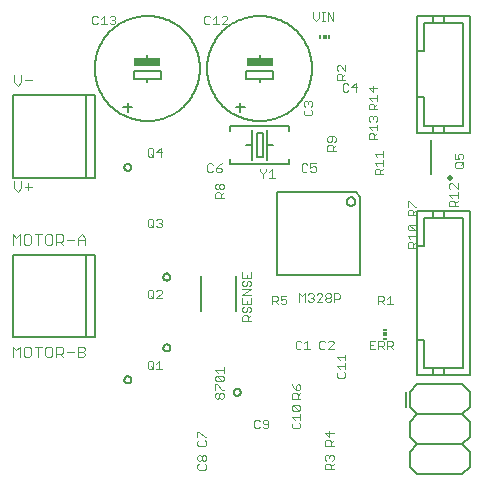
<source format=gto>
G75*
%MOIN*%
%OFA0B0*%
%FSLAX25Y25*%
%IPPOS*%
%LPD*%
%AMOC8*
5,1,8,0,0,1.08239X$1,22.5*
%
%ADD10C,0.00400*%
%ADD11C,0.00300*%
%ADD12C,0.00600*%
%ADD13R,0.09000X0.02500*%
%ADD14C,0.00500*%
%ADD15C,0.00800*%
%ADD16R,0.00591X0.01181*%
%ADD17R,0.01181X0.01181*%
%ADD18R,0.01181X0.00591*%
%ADD19C,0.01969*%
D10*
X0057885Y0060620D02*
X0057885Y0064160D01*
X0059065Y0062980D01*
X0060245Y0064160D01*
X0060245Y0060620D01*
X0061510Y0061210D02*
X0061510Y0063570D01*
X0062100Y0064160D01*
X0063280Y0064160D01*
X0063870Y0063570D01*
X0063870Y0061210D01*
X0063280Y0060620D01*
X0062100Y0060620D01*
X0061510Y0061210D01*
X0065135Y0064160D02*
X0067495Y0064160D01*
X0066315Y0064160D02*
X0066315Y0060620D01*
X0068760Y0061210D02*
X0068760Y0063570D01*
X0069350Y0064160D01*
X0070530Y0064160D01*
X0071120Y0063570D01*
X0071120Y0061210D01*
X0070530Y0060620D01*
X0069350Y0060620D01*
X0068760Y0061210D01*
X0072386Y0061800D02*
X0074156Y0061800D01*
X0074746Y0062390D01*
X0074746Y0063570D01*
X0074156Y0064160D01*
X0072386Y0064160D01*
X0072386Y0060620D01*
X0073566Y0061800D02*
X0074746Y0060620D01*
X0076011Y0062390D02*
X0078371Y0062390D01*
X0079636Y0062390D02*
X0081406Y0062390D01*
X0081996Y0061800D01*
X0081996Y0061210D01*
X0081406Y0060620D01*
X0079636Y0060620D01*
X0079636Y0064160D01*
X0081406Y0064160D01*
X0081996Y0063570D01*
X0081996Y0062980D01*
X0081406Y0062390D01*
X0081996Y0098022D02*
X0081996Y0100382D01*
X0080816Y0101562D01*
X0079636Y0100382D01*
X0079636Y0098022D01*
X0079636Y0099792D02*
X0081996Y0099792D01*
X0078371Y0099792D02*
X0076011Y0099792D01*
X0074746Y0099792D02*
X0074156Y0099202D01*
X0072386Y0099202D01*
X0073566Y0099202D02*
X0074746Y0098022D01*
X0074746Y0099792D02*
X0074746Y0100972D01*
X0074156Y0101562D01*
X0072386Y0101562D01*
X0072386Y0098022D01*
X0071120Y0098612D02*
X0071120Y0100972D01*
X0070530Y0101562D01*
X0069350Y0101562D01*
X0068760Y0100972D01*
X0068760Y0098612D01*
X0069350Y0098022D01*
X0070530Y0098022D01*
X0071120Y0098612D01*
X0067495Y0101562D02*
X0065135Y0101562D01*
X0066315Y0101562D02*
X0066315Y0098022D01*
X0063870Y0098612D02*
X0063870Y0100972D01*
X0063280Y0101562D01*
X0062100Y0101562D01*
X0061510Y0100972D01*
X0061510Y0098612D01*
X0062100Y0098022D01*
X0063280Y0098022D01*
X0063870Y0098612D01*
X0060245Y0098022D02*
X0060245Y0101562D01*
X0059065Y0100382D01*
X0057885Y0101562D01*
X0057885Y0098022D01*
X0059474Y0115738D02*
X0060654Y0116918D01*
X0060654Y0119278D01*
X0061919Y0117508D02*
X0064279Y0117508D01*
X0063099Y0118688D02*
X0063099Y0116328D01*
X0059474Y0115738D02*
X0058294Y0116918D01*
X0058294Y0119278D01*
X0059474Y0151171D02*
X0060654Y0152351D01*
X0060654Y0154711D01*
X0061919Y0152941D02*
X0064279Y0152941D01*
X0059474Y0151171D02*
X0058294Y0152351D01*
X0058294Y0154711D01*
D11*
X0084353Y0172069D02*
X0084353Y0173970D01*
X0084829Y0174446D01*
X0085779Y0174446D01*
X0086255Y0173970D01*
X0087253Y0173495D02*
X0088204Y0174446D01*
X0088204Y0171594D01*
X0087253Y0171594D02*
X0089155Y0171594D01*
X0090153Y0172069D02*
X0090629Y0171594D01*
X0091580Y0171594D01*
X0092055Y0172069D01*
X0092055Y0172544D01*
X0091580Y0173020D01*
X0091104Y0173020D01*
X0091580Y0173020D02*
X0092055Y0173495D01*
X0092055Y0173970D01*
X0091580Y0174446D01*
X0090629Y0174446D01*
X0090153Y0173970D01*
X0086255Y0172069D02*
X0085779Y0171594D01*
X0084829Y0171594D01*
X0084353Y0172069D01*
X0121755Y0172069D02*
X0122230Y0171594D01*
X0123181Y0171594D01*
X0123656Y0172069D01*
X0124655Y0171594D02*
X0126556Y0171594D01*
X0125606Y0171594D02*
X0125606Y0174446D01*
X0124655Y0173495D01*
X0123656Y0173970D02*
X0123181Y0174446D01*
X0122230Y0174446D01*
X0121755Y0173970D01*
X0121755Y0172069D01*
X0127555Y0171594D02*
X0129456Y0173495D01*
X0129456Y0173970D01*
X0128981Y0174446D01*
X0128030Y0174446D01*
X0127555Y0173970D01*
X0127555Y0171594D02*
X0129456Y0171594D01*
X0158014Y0173725D02*
X0158965Y0172775D01*
X0159916Y0173725D01*
X0159916Y0175627D01*
X0160914Y0175627D02*
X0161865Y0175627D01*
X0161390Y0175627D02*
X0161390Y0172775D01*
X0161865Y0172775D02*
X0160914Y0172775D01*
X0162848Y0172775D02*
X0162848Y0175627D01*
X0164749Y0172775D01*
X0164749Y0175627D01*
X0158014Y0175627D02*
X0158014Y0173725D01*
X0166361Y0157996D02*
X0165886Y0157521D01*
X0165886Y0156570D01*
X0166361Y0156095D01*
X0166361Y0155096D02*
X0167312Y0155096D01*
X0167787Y0154621D01*
X0167787Y0153195D01*
X0167787Y0154146D02*
X0168738Y0155096D01*
X0168738Y0156095D02*
X0166837Y0157996D01*
X0166361Y0157996D01*
X0168738Y0157996D02*
X0168738Y0156095D01*
X0166361Y0155096D02*
X0165886Y0154621D01*
X0165886Y0153195D01*
X0168738Y0153195D01*
X0168332Y0152005D02*
X0167857Y0151529D01*
X0167857Y0149628D01*
X0168332Y0149153D01*
X0169283Y0149153D01*
X0169758Y0149628D01*
X0170757Y0150579D02*
X0172658Y0150579D01*
X0172183Y0149153D02*
X0172183Y0152005D01*
X0170757Y0150579D01*
X0169758Y0151529D02*
X0169283Y0152005D01*
X0168332Y0152005D01*
X0176516Y0150473D02*
X0177942Y0149047D01*
X0177942Y0150949D01*
X0179368Y0150473D02*
X0176516Y0150473D01*
X0179368Y0148049D02*
X0179368Y0146147D01*
X0179368Y0147098D02*
X0176516Y0147098D01*
X0177466Y0146147D01*
X0176991Y0145148D02*
X0177942Y0145148D01*
X0178417Y0144673D01*
X0178417Y0143247D01*
X0179368Y0143247D02*
X0176516Y0143247D01*
X0176516Y0144673D01*
X0176991Y0145148D01*
X0178417Y0144198D02*
X0179368Y0145148D01*
X0178892Y0141106D02*
X0178417Y0141106D01*
X0177942Y0140631D01*
X0177942Y0140155D01*
X0177942Y0140631D02*
X0177466Y0141106D01*
X0176991Y0141106D01*
X0176516Y0140631D01*
X0176516Y0139680D01*
X0176991Y0139205D01*
X0178892Y0139205D02*
X0179368Y0139680D01*
X0179368Y0140631D01*
X0178892Y0141106D01*
X0179368Y0138206D02*
X0179368Y0136305D01*
X0179368Y0137255D02*
X0176516Y0137255D01*
X0177466Y0136305D01*
X0176991Y0135306D02*
X0177942Y0135306D01*
X0178417Y0134831D01*
X0178417Y0133405D01*
X0178417Y0134355D02*
X0179368Y0135306D01*
X0179368Y0133405D02*
X0176516Y0133405D01*
X0176516Y0134831D01*
X0176991Y0135306D01*
X0178484Y0128344D02*
X0181336Y0128344D01*
X0181336Y0127394D02*
X0181336Y0129295D01*
X0179435Y0127394D02*
X0178484Y0128344D01*
X0178484Y0125444D02*
X0181336Y0125444D01*
X0181336Y0124494D02*
X0181336Y0126395D01*
X0179435Y0124494D02*
X0178484Y0125444D01*
X0178960Y0123495D02*
X0178484Y0123020D01*
X0178484Y0121594D01*
X0181336Y0121594D01*
X0180386Y0121594D02*
X0180386Y0123020D01*
X0179910Y0123495D01*
X0178960Y0123495D01*
X0180386Y0122544D02*
X0181336Y0123495D01*
X0189508Y0112721D02*
X0189983Y0112721D01*
X0191885Y0110819D01*
X0192360Y0110819D01*
X0192360Y0109821D02*
X0191409Y0108870D01*
X0191409Y0109345D02*
X0191409Y0107919D01*
X0192360Y0107919D02*
X0189508Y0107919D01*
X0189508Y0109345D01*
X0189983Y0109821D01*
X0190934Y0109821D01*
X0191409Y0109345D01*
X0189508Y0110819D02*
X0189508Y0112721D01*
X0189983Y0104847D02*
X0191885Y0102945D01*
X0192360Y0103421D01*
X0192360Y0104371D01*
X0191885Y0104847D01*
X0189983Y0104847D01*
X0189508Y0104371D01*
X0189508Y0103421D01*
X0189983Y0102945D01*
X0191885Y0102945D01*
X0192360Y0101947D02*
X0192360Y0100045D01*
X0192360Y0100996D02*
X0189508Y0100996D01*
X0190459Y0100045D01*
X0190934Y0099047D02*
X0191409Y0098571D01*
X0191409Y0097145D01*
X0191409Y0098096D02*
X0192360Y0099047D01*
X0190934Y0099047D02*
X0189983Y0099047D01*
X0189508Y0098571D01*
X0189508Y0097145D01*
X0192360Y0097145D01*
X0203287Y0110925D02*
X0203287Y0112351D01*
X0203763Y0112826D01*
X0204713Y0112826D01*
X0205189Y0112351D01*
X0205189Y0110925D01*
X0205189Y0111875D02*
X0206139Y0112826D01*
X0206139Y0113825D02*
X0206139Y0115726D01*
X0206139Y0114776D02*
X0203287Y0114776D01*
X0204238Y0113825D01*
X0203763Y0116725D02*
X0203287Y0117200D01*
X0203287Y0118151D01*
X0203763Y0118626D01*
X0204238Y0118626D01*
X0206139Y0116725D01*
X0206139Y0118626D01*
X0205731Y0123667D02*
X0205256Y0124143D01*
X0205256Y0125093D01*
X0205731Y0125569D01*
X0207633Y0125569D01*
X0208108Y0125093D01*
X0208108Y0124143D01*
X0207633Y0123667D01*
X0205731Y0123667D01*
X0207157Y0124618D02*
X0208108Y0125569D01*
X0207633Y0126567D02*
X0208108Y0127043D01*
X0208108Y0127993D01*
X0207633Y0128469D01*
X0206682Y0128469D01*
X0206207Y0127993D01*
X0206207Y0127518D01*
X0206682Y0126567D01*
X0205256Y0126567D01*
X0205256Y0128469D01*
X0206139Y0110925D02*
X0203287Y0110925D01*
X0183519Y0081139D02*
X0182568Y0080188D01*
X0181569Y0080663D02*
X0181569Y0079713D01*
X0181094Y0079237D01*
X0179668Y0079237D01*
X0180618Y0079237D02*
X0181569Y0078286D01*
X0182568Y0078286D02*
X0184469Y0078286D01*
X0183519Y0078286D02*
X0183519Y0081139D01*
X0181569Y0080663D02*
X0181094Y0081139D01*
X0179668Y0081139D01*
X0179668Y0078286D01*
X0179773Y0066178D02*
X0181199Y0066178D01*
X0181674Y0065703D01*
X0181674Y0064752D01*
X0181199Y0064277D01*
X0179773Y0064277D01*
X0180724Y0064277D02*
X0181674Y0063326D01*
X0182673Y0063326D02*
X0182673Y0066178D01*
X0184099Y0066178D01*
X0184575Y0065703D01*
X0184575Y0064752D01*
X0184099Y0064277D01*
X0182673Y0064277D01*
X0183624Y0064277D02*
X0184575Y0063326D01*
X0179773Y0063326D02*
X0179773Y0066178D01*
X0178774Y0066178D02*
X0176873Y0066178D01*
X0176873Y0063326D01*
X0178774Y0063326D01*
X0177824Y0064752D02*
X0176873Y0064752D01*
X0168738Y0061540D02*
X0168738Y0059638D01*
X0168738Y0060589D02*
X0165886Y0060589D01*
X0166837Y0059638D01*
X0168738Y0058640D02*
X0168738Y0056738D01*
X0168738Y0057689D02*
X0165886Y0057689D01*
X0166837Y0056738D01*
X0166361Y0055739D02*
X0165886Y0055264D01*
X0165886Y0054313D01*
X0166361Y0053838D01*
X0168263Y0053838D01*
X0168738Y0054313D01*
X0168738Y0055264D01*
X0168263Y0055739D01*
X0164889Y0063326D02*
X0162988Y0063326D01*
X0164889Y0065227D01*
X0164889Y0065703D01*
X0164414Y0066178D01*
X0163463Y0066178D01*
X0162988Y0065703D01*
X0161989Y0065703D02*
X0161514Y0066178D01*
X0160563Y0066178D01*
X0160088Y0065703D01*
X0160088Y0063801D01*
X0160563Y0063326D01*
X0161514Y0063326D01*
X0161989Y0063801D01*
X0157015Y0063326D02*
X0155114Y0063326D01*
X0156065Y0063326D02*
X0156065Y0066178D01*
X0155114Y0065227D01*
X0154115Y0065703D02*
X0153640Y0066178D01*
X0152689Y0066178D01*
X0152214Y0065703D01*
X0152214Y0063801D01*
X0152689Y0063326D01*
X0153640Y0063326D01*
X0154115Y0063801D01*
X0153302Y0051592D02*
X0152827Y0051592D01*
X0152351Y0051117D01*
X0152351Y0049691D01*
X0153302Y0049691D01*
X0153777Y0050166D01*
X0153777Y0051117D01*
X0153302Y0051592D01*
X0151401Y0050641D02*
X0152351Y0049691D01*
X0152351Y0048692D02*
X0152827Y0048216D01*
X0152827Y0046790D01*
X0153777Y0046790D02*
X0150925Y0046790D01*
X0150925Y0048216D01*
X0151401Y0048692D01*
X0152351Y0048692D01*
X0152827Y0047741D02*
X0153777Y0048692D01*
X0151401Y0050641D02*
X0150925Y0051592D01*
X0151401Y0044649D02*
X0153302Y0042748D01*
X0153777Y0043223D01*
X0153777Y0044174D01*
X0153302Y0044649D01*
X0151401Y0044649D01*
X0150925Y0044174D01*
X0150925Y0043223D01*
X0151401Y0042748D01*
X0153302Y0042748D01*
X0153777Y0041749D02*
X0153777Y0039848D01*
X0153777Y0040799D02*
X0150925Y0040799D01*
X0151876Y0039848D01*
X0151401Y0038849D02*
X0150925Y0038374D01*
X0150925Y0037423D01*
X0151401Y0036948D01*
X0153302Y0036948D01*
X0153777Y0037423D01*
X0153777Y0038374D01*
X0153302Y0038849D01*
X0161949Y0035474D02*
X0163375Y0034048D01*
X0163375Y0035949D01*
X0164801Y0035474D02*
X0161949Y0035474D01*
X0162424Y0033049D02*
X0163375Y0033049D01*
X0163850Y0032574D01*
X0163850Y0031148D01*
X0163850Y0032098D02*
X0164801Y0033049D01*
X0164801Y0031148D02*
X0161949Y0031148D01*
X0161949Y0032574D01*
X0162424Y0033049D01*
X0162424Y0028075D02*
X0162899Y0028075D01*
X0163375Y0027600D01*
X0163850Y0028075D01*
X0164326Y0028075D01*
X0164801Y0027600D01*
X0164801Y0026649D01*
X0164326Y0026174D01*
X0164801Y0025175D02*
X0163850Y0024224D01*
X0163850Y0024700D02*
X0163850Y0023274D01*
X0164801Y0023274D02*
X0161949Y0023274D01*
X0161949Y0024700D01*
X0162424Y0025175D01*
X0163375Y0025175D01*
X0163850Y0024700D01*
X0162424Y0026174D02*
X0161949Y0026649D01*
X0161949Y0027600D01*
X0162424Y0028075D01*
X0163375Y0027600D02*
X0163375Y0027124D01*
X0143131Y0037423D02*
X0143131Y0039325D01*
X0142655Y0039800D01*
X0141705Y0039800D01*
X0141229Y0039325D01*
X0141229Y0038849D01*
X0141705Y0038374D01*
X0143131Y0038374D01*
X0143131Y0037423D02*
X0142655Y0036948D01*
X0141705Y0036948D01*
X0141229Y0037423D01*
X0140231Y0037423D02*
X0139755Y0036948D01*
X0138805Y0036948D01*
X0138329Y0037423D01*
X0138329Y0039325D01*
X0138805Y0039800D01*
X0139755Y0039800D01*
X0140231Y0039325D01*
X0128187Y0047266D02*
X0128187Y0048216D01*
X0127711Y0048692D01*
X0127236Y0048692D01*
X0126761Y0048216D01*
X0126761Y0047266D01*
X0126285Y0046790D01*
X0125810Y0046790D01*
X0125335Y0047266D01*
X0125335Y0048216D01*
X0125810Y0048692D01*
X0126285Y0048692D01*
X0126761Y0048216D01*
X0126761Y0047266D02*
X0127236Y0046790D01*
X0127711Y0046790D01*
X0128187Y0047266D01*
X0128187Y0049691D02*
X0127711Y0049691D01*
X0125810Y0051592D01*
X0125335Y0051592D01*
X0125335Y0049691D01*
X0125810Y0052591D02*
X0125335Y0053066D01*
X0125335Y0054017D01*
X0125810Y0054492D01*
X0127711Y0052591D01*
X0128187Y0053066D01*
X0128187Y0054017D01*
X0127711Y0054492D01*
X0125810Y0054492D01*
X0126285Y0055491D02*
X0125335Y0056441D01*
X0128187Y0056441D01*
X0128187Y0055491D02*
X0128187Y0057392D01*
X0127711Y0052591D02*
X0125810Y0052591D01*
X0107698Y0056633D02*
X0105796Y0056633D01*
X0106747Y0056633D02*
X0106747Y0059485D01*
X0105796Y0058534D01*
X0104797Y0059010D02*
X0104797Y0057108D01*
X0104322Y0056633D01*
X0103371Y0056633D01*
X0102896Y0057108D01*
X0102896Y0059010D01*
X0103371Y0059485D01*
X0104322Y0059485D01*
X0104797Y0059010D01*
X0103847Y0057584D02*
X0104797Y0056633D01*
X0119429Y0035844D02*
X0119904Y0035844D01*
X0121806Y0033942D01*
X0122281Y0033942D01*
X0121806Y0032944D02*
X0122281Y0032468D01*
X0122281Y0031518D01*
X0121806Y0031042D01*
X0119904Y0031042D01*
X0119429Y0031518D01*
X0119429Y0032468D01*
X0119904Y0032944D01*
X0119429Y0033942D02*
X0119429Y0035844D01*
X0119904Y0027970D02*
X0120380Y0027970D01*
X0120855Y0027495D01*
X0120855Y0026544D01*
X0120380Y0026068D01*
X0119904Y0026068D01*
X0119429Y0026544D01*
X0119429Y0027495D01*
X0119904Y0027970D01*
X0120855Y0027495D02*
X0121330Y0027970D01*
X0121806Y0027970D01*
X0122281Y0027495D01*
X0122281Y0026544D01*
X0121806Y0026068D01*
X0121330Y0026068D01*
X0120855Y0026544D01*
X0119904Y0025070D02*
X0119429Y0024594D01*
X0119429Y0023644D01*
X0119904Y0023168D01*
X0121806Y0023168D01*
X0122281Y0023644D01*
X0122281Y0024594D01*
X0121806Y0025070D01*
X0134390Y0072697D02*
X0134390Y0074123D01*
X0134865Y0074598D01*
X0135816Y0074598D01*
X0136291Y0074123D01*
X0136291Y0072697D01*
X0136291Y0073647D02*
X0137242Y0074598D01*
X0136766Y0075597D02*
X0137242Y0076072D01*
X0137242Y0077023D01*
X0136766Y0077498D01*
X0136291Y0077498D01*
X0135816Y0077023D01*
X0135816Y0076072D01*
X0135340Y0075597D01*
X0134865Y0075597D01*
X0134390Y0076072D01*
X0134390Y0077023D01*
X0134865Y0077498D01*
X0134390Y0078497D02*
X0137242Y0078497D01*
X0137242Y0080398D01*
X0137242Y0081397D02*
X0134390Y0081397D01*
X0137242Y0083298D01*
X0134390Y0083298D01*
X0134865Y0084297D02*
X0134390Y0084773D01*
X0134390Y0085723D01*
X0134865Y0086199D01*
X0135816Y0085723D02*
X0136291Y0086199D01*
X0136766Y0086199D01*
X0137242Y0085723D01*
X0137242Y0084773D01*
X0136766Y0084297D01*
X0135816Y0084773D02*
X0135816Y0085723D01*
X0135816Y0084773D02*
X0135340Y0084297D01*
X0134865Y0084297D01*
X0134390Y0087197D02*
X0137242Y0087197D01*
X0137242Y0089099D01*
X0135816Y0088148D02*
X0135816Y0087197D01*
X0134390Y0087197D02*
X0134390Y0089099D01*
X0134390Y0080398D02*
X0134390Y0078497D01*
X0135816Y0078497D02*
X0135816Y0079448D01*
X0137242Y0072697D02*
X0134390Y0072697D01*
X0144235Y0078286D02*
X0144235Y0081139D01*
X0145661Y0081139D01*
X0146136Y0080663D01*
X0146136Y0079713D01*
X0145661Y0079237D01*
X0144235Y0079237D01*
X0145185Y0079237D02*
X0146136Y0078286D01*
X0147135Y0078762D02*
X0147610Y0078286D01*
X0148561Y0078286D01*
X0149036Y0078762D01*
X0149036Y0079713D01*
X0148561Y0080188D01*
X0148085Y0080188D01*
X0147135Y0079713D01*
X0147135Y0081139D01*
X0149036Y0081139D01*
X0153356Y0081926D02*
X0153356Y0079074D01*
X0155258Y0079074D02*
X0155258Y0081926D01*
X0154307Y0080975D01*
X0153356Y0081926D01*
X0156256Y0081451D02*
X0156732Y0081926D01*
X0157682Y0081926D01*
X0158158Y0081451D01*
X0158158Y0080975D01*
X0157682Y0080500D01*
X0158158Y0080025D01*
X0158158Y0079549D01*
X0157682Y0079074D01*
X0156732Y0079074D01*
X0156256Y0079549D01*
X0157207Y0080500D02*
X0157682Y0080500D01*
X0159156Y0081451D02*
X0159632Y0081926D01*
X0160582Y0081926D01*
X0161058Y0081451D01*
X0161058Y0080975D01*
X0159156Y0079074D01*
X0161058Y0079074D01*
X0162057Y0079549D02*
X0162057Y0080025D01*
X0162532Y0080500D01*
X0163483Y0080500D01*
X0163958Y0080025D01*
X0163958Y0079549D01*
X0163483Y0079074D01*
X0162532Y0079074D01*
X0162057Y0079549D01*
X0162532Y0080500D02*
X0162057Y0080975D01*
X0162057Y0081451D01*
X0162532Y0081926D01*
X0163483Y0081926D01*
X0163958Y0081451D01*
X0163958Y0080975D01*
X0163483Y0080500D01*
X0164957Y0080025D02*
X0166383Y0080025D01*
X0166858Y0080500D01*
X0166858Y0081451D01*
X0166383Y0081926D01*
X0164957Y0081926D01*
X0164957Y0079074D01*
X0128187Y0113720D02*
X0125335Y0113720D01*
X0125335Y0115146D01*
X0125810Y0115621D01*
X0126761Y0115621D01*
X0127236Y0115146D01*
X0127236Y0113720D01*
X0127236Y0114670D02*
X0128187Y0115621D01*
X0127711Y0116620D02*
X0127236Y0116620D01*
X0126761Y0117095D01*
X0126761Y0118046D01*
X0127236Y0118521D01*
X0127711Y0118521D01*
X0128187Y0118046D01*
X0128187Y0117095D01*
X0127711Y0116620D01*
X0126761Y0117095D02*
X0126285Y0116620D01*
X0125810Y0116620D01*
X0125335Y0117095D01*
X0125335Y0118046D01*
X0125810Y0118521D01*
X0126285Y0118521D01*
X0126761Y0118046D01*
X0127013Y0122381D02*
X0127488Y0122856D01*
X0127488Y0123332D01*
X0127013Y0123807D01*
X0125587Y0123807D01*
X0125587Y0122856D01*
X0126062Y0122381D01*
X0127013Y0122381D01*
X0125587Y0123807D02*
X0126537Y0124758D01*
X0127488Y0125233D01*
X0124588Y0124758D02*
X0124112Y0125233D01*
X0123162Y0125233D01*
X0122686Y0124758D01*
X0122686Y0122856D01*
X0123162Y0122381D01*
X0124112Y0122381D01*
X0124588Y0122856D01*
X0140403Y0122789D02*
X0141354Y0121838D01*
X0141354Y0120412D01*
X0141354Y0121838D02*
X0142304Y0122789D01*
X0142304Y0123265D01*
X0143303Y0122314D02*
X0144254Y0123265D01*
X0144254Y0120412D01*
X0145204Y0120412D02*
X0143303Y0120412D01*
X0140403Y0122789D02*
X0140403Y0123265D01*
X0154183Y0122856D02*
X0154658Y0122381D01*
X0155609Y0122381D01*
X0156084Y0122856D01*
X0157083Y0122856D02*
X0157558Y0122381D01*
X0158509Y0122381D01*
X0158984Y0122856D01*
X0158984Y0123807D01*
X0158509Y0124282D01*
X0158033Y0124282D01*
X0157083Y0123807D01*
X0157083Y0125233D01*
X0158984Y0125233D01*
X0156084Y0124758D02*
X0155609Y0125233D01*
X0154658Y0125233D01*
X0154183Y0124758D01*
X0154183Y0122856D01*
X0162736Y0129468D02*
X0162736Y0130894D01*
X0163212Y0131369D01*
X0164162Y0131369D01*
X0164638Y0130894D01*
X0164638Y0129468D01*
X0165588Y0129468D02*
X0162736Y0129468D01*
X0164638Y0130418D02*
X0165588Y0131369D01*
X0165113Y0132368D02*
X0165588Y0132843D01*
X0165588Y0133794D01*
X0165113Y0134269D01*
X0163212Y0134269D01*
X0162736Y0133794D01*
X0162736Y0132843D01*
X0163212Y0132368D01*
X0163687Y0132368D01*
X0164162Y0132843D01*
X0164162Y0134269D01*
X0157239Y0141279D02*
X0155338Y0141279D01*
X0154862Y0141754D01*
X0154862Y0142705D01*
X0155338Y0143180D01*
X0155338Y0144179D02*
X0154862Y0144654D01*
X0154862Y0145605D01*
X0155338Y0146080D01*
X0155813Y0146080D01*
X0156288Y0145605D01*
X0156764Y0146080D01*
X0157239Y0146080D01*
X0157714Y0145605D01*
X0157714Y0144654D01*
X0157239Y0144179D01*
X0157239Y0143180D02*
X0157714Y0142705D01*
X0157714Y0141754D01*
X0157239Y0141279D01*
X0156288Y0145129D02*
X0156288Y0145605D01*
X0107698Y0128925D02*
X0105796Y0128925D01*
X0107222Y0130351D01*
X0107222Y0127499D01*
X0104797Y0127499D02*
X0103847Y0128450D01*
X0104797Y0127974D02*
X0104322Y0127499D01*
X0103371Y0127499D01*
X0102896Y0127974D01*
X0102896Y0129876D01*
X0103371Y0130351D01*
X0104322Y0130351D01*
X0104797Y0129876D01*
X0104797Y0127974D01*
X0104322Y0106729D02*
X0104797Y0106254D01*
X0104797Y0104352D01*
X0104322Y0103877D01*
X0103371Y0103877D01*
X0102896Y0104352D01*
X0102896Y0106254D01*
X0103371Y0106729D01*
X0104322Y0106729D01*
X0105796Y0106254D02*
X0106272Y0106729D01*
X0107222Y0106729D01*
X0107698Y0106254D01*
X0107698Y0105778D01*
X0107222Y0105303D01*
X0107698Y0104828D01*
X0107698Y0104352D01*
X0107222Y0103877D01*
X0106272Y0103877D01*
X0105796Y0104352D01*
X0104797Y0103877D02*
X0103847Y0104828D01*
X0106747Y0105303D02*
X0107222Y0105303D01*
X0107222Y0083107D02*
X0106272Y0083107D01*
X0105796Y0082632D01*
X0104797Y0082632D02*
X0104797Y0080730D01*
X0104322Y0080255D01*
X0103371Y0080255D01*
X0102896Y0080730D01*
X0102896Y0082632D01*
X0103371Y0083107D01*
X0104322Y0083107D01*
X0104797Y0082632D01*
X0103847Y0081206D02*
X0104797Y0080255D01*
X0105796Y0080255D02*
X0107698Y0082156D01*
X0107698Y0082632D01*
X0107222Y0083107D01*
X0107698Y0080255D02*
X0105796Y0080255D01*
D12*
X0120569Y0076176D02*
X0120569Y0087873D01*
X0132167Y0087873D02*
X0132167Y0076176D01*
X0146034Y0087959D02*
X0146034Y0115558D01*
X0172234Y0115558D01*
X0173632Y0114160D01*
X0173632Y0087959D01*
X0146034Y0087959D01*
X0169219Y0112559D02*
X0169221Y0112634D01*
X0169227Y0112708D01*
X0169237Y0112782D01*
X0169250Y0112855D01*
X0169268Y0112928D01*
X0169289Y0112999D01*
X0169314Y0113070D01*
X0169343Y0113139D01*
X0169376Y0113206D01*
X0169412Y0113271D01*
X0169451Y0113335D01*
X0169493Y0113396D01*
X0169539Y0113455D01*
X0169588Y0113512D01*
X0169640Y0113565D01*
X0169694Y0113616D01*
X0169751Y0113665D01*
X0169811Y0113709D01*
X0169873Y0113751D01*
X0169937Y0113790D01*
X0170003Y0113825D01*
X0170070Y0113856D01*
X0170140Y0113884D01*
X0170210Y0113908D01*
X0170282Y0113929D01*
X0170355Y0113945D01*
X0170428Y0113958D01*
X0170503Y0113967D01*
X0170577Y0113972D01*
X0170652Y0113973D01*
X0170726Y0113970D01*
X0170801Y0113963D01*
X0170874Y0113952D01*
X0170948Y0113938D01*
X0171020Y0113919D01*
X0171091Y0113897D01*
X0171161Y0113871D01*
X0171230Y0113841D01*
X0171296Y0113808D01*
X0171361Y0113771D01*
X0171424Y0113731D01*
X0171485Y0113687D01*
X0171543Y0113641D01*
X0171599Y0113591D01*
X0171652Y0113539D01*
X0171703Y0113484D01*
X0171750Y0113426D01*
X0171794Y0113366D01*
X0171835Y0113303D01*
X0171873Y0113239D01*
X0171907Y0113173D01*
X0171938Y0113104D01*
X0171965Y0113035D01*
X0171988Y0112964D01*
X0172007Y0112892D01*
X0172023Y0112819D01*
X0172035Y0112745D01*
X0172043Y0112671D01*
X0172047Y0112596D01*
X0172047Y0112522D01*
X0172043Y0112447D01*
X0172035Y0112373D01*
X0172023Y0112299D01*
X0172007Y0112226D01*
X0171988Y0112154D01*
X0171965Y0112083D01*
X0171938Y0112014D01*
X0171907Y0111945D01*
X0171873Y0111879D01*
X0171835Y0111815D01*
X0171794Y0111752D01*
X0171750Y0111692D01*
X0171703Y0111634D01*
X0171652Y0111579D01*
X0171599Y0111527D01*
X0171543Y0111477D01*
X0171485Y0111431D01*
X0171424Y0111387D01*
X0171361Y0111347D01*
X0171296Y0111310D01*
X0171230Y0111277D01*
X0171161Y0111247D01*
X0171091Y0111221D01*
X0171020Y0111199D01*
X0170948Y0111180D01*
X0170874Y0111166D01*
X0170801Y0111155D01*
X0170726Y0111148D01*
X0170652Y0111145D01*
X0170577Y0111146D01*
X0170503Y0111151D01*
X0170428Y0111160D01*
X0170355Y0111173D01*
X0170282Y0111189D01*
X0170210Y0111210D01*
X0170140Y0111234D01*
X0170070Y0111262D01*
X0170003Y0111293D01*
X0169937Y0111328D01*
X0169873Y0111367D01*
X0169811Y0111409D01*
X0169751Y0111453D01*
X0169694Y0111502D01*
X0169640Y0111553D01*
X0169588Y0111606D01*
X0169539Y0111663D01*
X0169493Y0111722D01*
X0169451Y0111783D01*
X0169412Y0111847D01*
X0169376Y0111912D01*
X0169343Y0111979D01*
X0169314Y0112048D01*
X0169289Y0112119D01*
X0169268Y0112190D01*
X0169250Y0112263D01*
X0169237Y0112336D01*
X0169227Y0112410D01*
X0169221Y0112484D01*
X0169219Y0112559D01*
X0135148Y0143877D02*
X0132148Y0143877D01*
X0133648Y0142377D02*
X0133648Y0145377D01*
X0140148Y0152377D02*
X0140148Y0153377D01*
X0135648Y0153377D01*
X0135648Y0155877D01*
X0144648Y0155877D01*
X0144648Y0153377D01*
X0140148Y0153377D01*
X0122648Y0156877D02*
X0122653Y0157306D01*
X0122669Y0157736D01*
X0122695Y0158164D01*
X0122732Y0158592D01*
X0122780Y0159019D01*
X0122837Y0159445D01*
X0122906Y0159869D01*
X0122984Y0160291D01*
X0123073Y0160711D01*
X0123172Y0161129D01*
X0123282Y0161544D01*
X0123402Y0161957D01*
X0123531Y0162366D01*
X0123671Y0162773D01*
X0123821Y0163175D01*
X0123980Y0163574D01*
X0124149Y0163969D01*
X0124328Y0164359D01*
X0124517Y0164745D01*
X0124714Y0165126D01*
X0124921Y0165503D01*
X0125138Y0165874D01*
X0125363Y0166239D01*
X0125597Y0166599D01*
X0125840Y0166954D01*
X0126092Y0167302D01*
X0126352Y0167644D01*
X0126620Y0167979D01*
X0126897Y0168308D01*
X0127181Y0168629D01*
X0127474Y0168944D01*
X0127774Y0169251D01*
X0128081Y0169551D01*
X0128396Y0169844D01*
X0128717Y0170128D01*
X0129046Y0170405D01*
X0129381Y0170673D01*
X0129723Y0170933D01*
X0130071Y0171185D01*
X0130426Y0171428D01*
X0130786Y0171662D01*
X0131151Y0171887D01*
X0131522Y0172104D01*
X0131899Y0172311D01*
X0132280Y0172508D01*
X0132666Y0172697D01*
X0133056Y0172876D01*
X0133451Y0173045D01*
X0133850Y0173204D01*
X0134252Y0173354D01*
X0134659Y0173494D01*
X0135068Y0173623D01*
X0135481Y0173743D01*
X0135896Y0173853D01*
X0136314Y0173952D01*
X0136734Y0174041D01*
X0137156Y0174119D01*
X0137580Y0174188D01*
X0138006Y0174245D01*
X0138433Y0174293D01*
X0138861Y0174330D01*
X0139289Y0174356D01*
X0139719Y0174372D01*
X0140148Y0174377D01*
X0140577Y0174372D01*
X0141007Y0174356D01*
X0141435Y0174330D01*
X0141863Y0174293D01*
X0142290Y0174245D01*
X0142716Y0174188D01*
X0143140Y0174119D01*
X0143562Y0174041D01*
X0143982Y0173952D01*
X0144400Y0173853D01*
X0144815Y0173743D01*
X0145228Y0173623D01*
X0145637Y0173494D01*
X0146044Y0173354D01*
X0146446Y0173204D01*
X0146845Y0173045D01*
X0147240Y0172876D01*
X0147630Y0172697D01*
X0148016Y0172508D01*
X0148397Y0172311D01*
X0148774Y0172104D01*
X0149145Y0171887D01*
X0149510Y0171662D01*
X0149870Y0171428D01*
X0150225Y0171185D01*
X0150573Y0170933D01*
X0150915Y0170673D01*
X0151250Y0170405D01*
X0151579Y0170128D01*
X0151900Y0169844D01*
X0152215Y0169551D01*
X0152522Y0169251D01*
X0152822Y0168944D01*
X0153115Y0168629D01*
X0153399Y0168308D01*
X0153676Y0167979D01*
X0153944Y0167644D01*
X0154204Y0167302D01*
X0154456Y0166954D01*
X0154699Y0166599D01*
X0154933Y0166239D01*
X0155158Y0165874D01*
X0155375Y0165503D01*
X0155582Y0165126D01*
X0155779Y0164745D01*
X0155968Y0164359D01*
X0156147Y0163969D01*
X0156316Y0163574D01*
X0156475Y0163175D01*
X0156625Y0162773D01*
X0156765Y0162366D01*
X0156894Y0161957D01*
X0157014Y0161544D01*
X0157124Y0161129D01*
X0157223Y0160711D01*
X0157312Y0160291D01*
X0157390Y0159869D01*
X0157459Y0159445D01*
X0157516Y0159019D01*
X0157564Y0158592D01*
X0157601Y0158164D01*
X0157627Y0157736D01*
X0157643Y0157306D01*
X0157648Y0156877D01*
X0157643Y0156448D01*
X0157627Y0156018D01*
X0157601Y0155590D01*
X0157564Y0155162D01*
X0157516Y0154735D01*
X0157459Y0154309D01*
X0157390Y0153885D01*
X0157312Y0153463D01*
X0157223Y0153043D01*
X0157124Y0152625D01*
X0157014Y0152210D01*
X0156894Y0151797D01*
X0156765Y0151388D01*
X0156625Y0150981D01*
X0156475Y0150579D01*
X0156316Y0150180D01*
X0156147Y0149785D01*
X0155968Y0149395D01*
X0155779Y0149009D01*
X0155582Y0148628D01*
X0155375Y0148251D01*
X0155158Y0147880D01*
X0154933Y0147515D01*
X0154699Y0147155D01*
X0154456Y0146800D01*
X0154204Y0146452D01*
X0153944Y0146110D01*
X0153676Y0145775D01*
X0153399Y0145446D01*
X0153115Y0145125D01*
X0152822Y0144810D01*
X0152522Y0144503D01*
X0152215Y0144203D01*
X0151900Y0143910D01*
X0151579Y0143626D01*
X0151250Y0143349D01*
X0150915Y0143081D01*
X0150573Y0142821D01*
X0150225Y0142569D01*
X0149870Y0142326D01*
X0149510Y0142092D01*
X0149145Y0141867D01*
X0148774Y0141650D01*
X0148397Y0141443D01*
X0148016Y0141246D01*
X0147630Y0141057D01*
X0147240Y0140878D01*
X0146845Y0140709D01*
X0146446Y0140550D01*
X0146044Y0140400D01*
X0145637Y0140260D01*
X0145228Y0140131D01*
X0144815Y0140011D01*
X0144400Y0139901D01*
X0143982Y0139802D01*
X0143562Y0139713D01*
X0143140Y0139635D01*
X0142716Y0139566D01*
X0142290Y0139509D01*
X0141863Y0139461D01*
X0141435Y0139424D01*
X0141007Y0139398D01*
X0140577Y0139382D01*
X0140148Y0139377D01*
X0139719Y0139382D01*
X0139289Y0139398D01*
X0138861Y0139424D01*
X0138433Y0139461D01*
X0138006Y0139509D01*
X0137580Y0139566D01*
X0137156Y0139635D01*
X0136734Y0139713D01*
X0136314Y0139802D01*
X0135896Y0139901D01*
X0135481Y0140011D01*
X0135068Y0140131D01*
X0134659Y0140260D01*
X0134252Y0140400D01*
X0133850Y0140550D01*
X0133451Y0140709D01*
X0133056Y0140878D01*
X0132666Y0141057D01*
X0132280Y0141246D01*
X0131899Y0141443D01*
X0131522Y0141650D01*
X0131151Y0141867D01*
X0130786Y0142092D01*
X0130426Y0142326D01*
X0130071Y0142569D01*
X0129723Y0142821D01*
X0129381Y0143081D01*
X0129046Y0143349D01*
X0128717Y0143626D01*
X0128396Y0143910D01*
X0128081Y0144203D01*
X0127774Y0144503D01*
X0127474Y0144810D01*
X0127181Y0145125D01*
X0126897Y0145446D01*
X0126620Y0145775D01*
X0126352Y0146110D01*
X0126092Y0146452D01*
X0125840Y0146800D01*
X0125597Y0147155D01*
X0125363Y0147515D01*
X0125138Y0147880D01*
X0124921Y0148251D01*
X0124714Y0148628D01*
X0124517Y0149009D01*
X0124328Y0149395D01*
X0124149Y0149785D01*
X0123980Y0150180D01*
X0123821Y0150579D01*
X0123671Y0150981D01*
X0123531Y0151388D01*
X0123402Y0151797D01*
X0123282Y0152210D01*
X0123172Y0152625D01*
X0123073Y0153043D01*
X0122984Y0153463D01*
X0122906Y0153885D01*
X0122837Y0154309D01*
X0122780Y0154735D01*
X0122732Y0155162D01*
X0122695Y0155590D01*
X0122669Y0156018D01*
X0122653Y0156448D01*
X0122648Y0156877D01*
X0107246Y0155877D02*
X0107246Y0153377D01*
X0102746Y0153377D01*
X0098246Y0153377D01*
X0098246Y0155877D01*
X0107246Y0155877D01*
X0085246Y0156877D02*
X0085251Y0157306D01*
X0085267Y0157736D01*
X0085293Y0158164D01*
X0085330Y0158592D01*
X0085378Y0159019D01*
X0085435Y0159445D01*
X0085504Y0159869D01*
X0085582Y0160291D01*
X0085671Y0160711D01*
X0085770Y0161129D01*
X0085880Y0161544D01*
X0086000Y0161957D01*
X0086129Y0162366D01*
X0086269Y0162773D01*
X0086419Y0163175D01*
X0086578Y0163574D01*
X0086747Y0163969D01*
X0086926Y0164359D01*
X0087115Y0164745D01*
X0087312Y0165126D01*
X0087519Y0165503D01*
X0087736Y0165874D01*
X0087961Y0166239D01*
X0088195Y0166599D01*
X0088438Y0166954D01*
X0088690Y0167302D01*
X0088950Y0167644D01*
X0089218Y0167979D01*
X0089495Y0168308D01*
X0089779Y0168629D01*
X0090072Y0168944D01*
X0090372Y0169251D01*
X0090679Y0169551D01*
X0090994Y0169844D01*
X0091315Y0170128D01*
X0091644Y0170405D01*
X0091979Y0170673D01*
X0092321Y0170933D01*
X0092669Y0171185D01*
X0093024Y0171428D01*
X0093384Y0171662D01*
X0093749Y0171887D01*
X0094120Y0172104D01*
X0094497Y0172311D01*
X0094878Y0172508D01*
X0095264Y0172697D01*
X0095654Y0172876D01*
X0096049Y0173045D01*
X0096448Y0173204D01*
X0096850Y0173354D01*
X0097257Y0173494D01*
X0097666Y0173623D01*
X0098079Y0173743D01*
X0098494Y0173853D01*
X0098912Y0173952D01*
X0099332Y0174041D01*
X0099754Y0174119D01*
X0100178Y0174188D01*
X0100604Y0174245D01*
X0101031Y0174293D01*
X0101459Y0174330D01*
X0101887Y0174356D01*
X0102317Y0174372D01*
X0102746Y0174377D01*
X0103175Y0174372D01*
X0103605Y0174356D01*
X0104033Y0174330D01*
X0104461Y0174293D01*
X0104888Y0174245D01*
X0105314Y0174188D01*
X0105738Y0174119D01*
X0106160Y0174041D01*
X0106580Y0173952D01*
X0106998Y0173853D01*
X0107413Y0173743D01*
X0107826Y0173623D01*
X0108235Y0173494D01*
X0108642Y0173354D01*
X0109044Y0173204D01*
X0109443Y0173045D01*
X0109838Y0172876D01*
X0110228Y0172697D01*
X0110614Y0172508D01*
X0110995Y0172311D01*
X0111372Y0172104D01*
X0111743Y0171887D01*
X0112108Y0171662D01*
X0112468Y0171428D01*
X0112823Y0171185D01*
X0113171Y0170933D01*
X0113513Y0170673D01*
X0113848Y0170405D01*
X0114177Y0170128D01*
X0114498Y0169844D01*
X0114813Y0169551D01*
X0115120Y0169251D01*
X0115420Y0168944D01*
X0115713Y0168629D01*
X0115997Y0168308D01*
X0116274Y0167979D01*
X0116542Y0167644D01*
X0116802Y0167302D01*
X0117054Y0166954D01*
X0117297Y0166599D01*
X0117531Y0166239D01*
X0117756Y0165874D01*
X0117973Y0165503D01*
X0118180Y0165126D01*
X0118377Y0164745D01*
X0118566Y0164359D01*
X0118745Y0163969D01*
X0118914Y0163574D01*
X0119073Y0163175D01*
X0119223Y0162773D01*
X0119363Y0162366D01*
X0119492Y0161957D01*
X0119612Y0161544D01*
X0119722Y0161129D01*
X0119821Y0160711D01*
X0119910Y0160291D01*
X0119988Y0159869D01*
X0120057Y0159445D01*
X0120114Y0159019D01*
X0120162Y0158592D01*
X0120199Y0158164D01*
X0120225Y0157736D01*
X0120241Y0157306D01*
X0120246Y0156877D01*
X0120241Y0156448D01*
X0120225Y0156018D01*
X0120199Y0155590D01*
X0120162Y0155162D01*
X0120114Y0154735D01*
X0120057Y0154309D01*
X0119988Y0153885D01*
X0119910Y0153463D01*
X0119821Y0153043D01*
X0119722Y0152625D01*
X0119612Y0152210D01*
X0119492Y0151797D01*
X0119363Y0151388D01*
X0119223Y0150981D01*
X0119073Y0150579D01*
X0118914Y0150180D01*
X0118745Y0149785D01*
X0118566Y0149395D01*
X0118377Y0149009D01*
X0118180Y0148628D01*
X0117973Y0148251D01*
X0117756Y0147880D01*
X0117531Y0147515D01*
X0117297Y0147155D01*
X0117054Y0146800D01*
X0116802Y0146452D01*
X0116542Y0146110D01*
X0116274Y0145775D01*
X0115997Y0145446D01*
X0115713Y0145125D01*
X0115420Y0144810D01*
X0115120Y0144503D01*
X0114813Y0144203D01*
X0114498Y0143910D01*
X0114177Y0143626D01*
X0113848Y0143349D01*
X0113513Y0143081D01*
X0113171Y0142821D01*
X0112823Y0142569D01*
X0112468Y0142326D01*
X0112108Y0142092D01*
X0111743Y0141867D01*
X0111372Y0141650D01*
X0110995Y0141443D01*
X0110614Y0141246D01*
X0110228Y0141057D01*
X0109838Y0140878D01*
X0109443Y0140709D01*
X0109044Y0140550D01*
X0108642Y0140400D01*
X0108235Y0140260D01*
X0107826Y0140131D01*
X0107413Y0140011D01*
X0106998Y0139901D01*
X0106580Y0139802D01*
X0106160Y0139713D01*
X0105738Y0139635D01*
X0105314Y0139566D01*
X0104888Y0139509D01*
X0104461Y0139461D01*
X0104033Y0139424D01*
X0103605Y0139398D01*
X0103175Y0139382D01*
X0102746Y0139377D01*
X0102317Y0139382D01*
X0101887Y0139398D01*
X0101459Y0139424D01*
X0101031Y0139461D01*
X0100604Y0139509D01*
X0100178Y0139566D01*
X0099754Y0139635D01*
X0099332Y0139713D01*
X0098912Y0139802D01*
X0098494Y0139901D01*
X0098079Y0140011D01*
X0097666Y0140131D01*
X0097257Y0140260D01*
X0096850Y0140400D01*
X0096448Y0140550D01*
X0096049Y0140709D01*
X0095654Y0140878D01*
X0095264Y0141057D01*
X0094878Y0141246D01*
X0094497Y0141443D01*
X0094120Y0141650D01*
X0093749Y0141867D01*
X0093384Y0142092D01*
X0093024Y0142326D01*
X0092669Y0142569D01*
X0092321Y0142821D01*
X0091979Y0143081D01*
X0091644Y0143349D01*
X0091315Y0143626D01*
X0090994Y0143910D01*
X0090679Y0144203D01*
X0090372Y0144503D01*
X0090072Y0144810D01*
X0089779Y0145125D01*
X0089495Y0145446D01*
X0089218Y0145775D01*
X0088950Y0146110D01*
X0088690Y0146452D01*
X0088438Y0146800D01*
X0088195Y0147155D01*
X0087961Y0147515D01*
X0087736Y0147880D01*
X0087519Y0148251D01*
X0087312Y0148628D01*
X0087115Y0149009D01*
X0086926Y0149395D01*
X0086747Y0149785D01*
X0086578Y0150180D01*
X0086419Y0150579D01*
X0086269Y0150981D01*
X0086129Y0151388D01*
X0086000Y0151797D01*
X0085880Y0152210D01*
X0085770Y0152625D01*
X0085671Y0153043D01*
X0085582Y0153463D01*
X0085504Y0153885D01*
X0085435Y0154309D01*
X0085378Y0154735D01*
X0085330Y0155162D01*
X0085293Y0155590D01*
X0085267Y0156018D01*
X0085251Y0156448D01*
X0085246Y0156877D01*
X0096246Y0145377D02*
X0096246Y0142377D01*
X0094746Y0143877D02*
X0097746Y0143877D01*
X0102746Y0152377D02*
X0102746Y0153377D01*
X0102746Y0159377D02*
X0102746Y0161377D01*
X0140148Y0161377D02*
X0140148Y0159377D01*
D13*
X0140148Y0159127D03*
X0102746Y0159127D03*
D14*
X0130305Y0137585D02*
X0149990Y0137585D01*
X0149990Y0136010D01*
X0144648Y0131286D02*
X0142648Y0131286D01*
X0142648Y0126286D01*
X0141148Y0127286D02*
X0141148Y0135286D01*
X0139148Y0135286D01*
X0139148Y0127286D01*
X0141148Y0127286D01*
X0137648Y0126286D02*
X0137648Y0131286D01*
X0135648Y0131286D01*
X0137648Y0131286D02*
X0137648Y0136286D01*
X0142648Y0136286D02*
X0142648Y0131286D01*
X0149990Y0126562D02*
X0149990Y0124987D01*
X0130305Y0124987D01*
X0130305Y0126562D01*
X0130305Y0136010D02*
X0130305Y0137585D01*
X0095069Y0124003D02*
X0095071Y0124072D01*
X0095077Y0124140D01*
X0095087Y0124208D01*
X0095101Y0124275D01*
X0095119Y0124342D01*
X0095140Y0124407D01*
X0095166Y0124471D01*
X0095195Y0124533D01*
X0095227Y0124593D01*
X0095263Y0124652D01*
X0095303Y0124708D01*
X0095345Y0124762D01*
X0095391Y0124813D01*
X0095440Y0124862D01*
X0095491Y0124908D01*
X0095545Y0124950D01*
X0095601Y0124990D01*
X0095659Y0125026D01*
X0095720Y0125058D01*
X0095782Y0125087D01*
X0095846Y0125113D01*
X0095911Y0125134D01*
X0095978Y0125152D01*
X0096045Y0125166D01*
X0096113Y0125176D01*
X0096181Y0125182D01*
X0096250Y0125184D01*
X0096319Y0125182D01*
X0096387Y0125176D01*
X0096455Y0125166D01*
X0096522Y0125152D01*
X0096589Y0125134D01*
X0096654Y0125113D01*
X0096718Y0125087D01*
X0096780Y0125058D01*
X0096840Y0125026D01*
X0096899Y0124990D01*
X0096955Y0124950D01*
X0097009Y0124908D01*
X0097060Y0124862D01*
X0097109Y0124813D01*
X0097155Y0124762D01*
X0097197Y0124708D01*
X0097237Y0124652D01*
X0097273Y0124593D01*
X0097305Y0124533D01*
X0097334Y0124471D01*
X0097360Y0124407D01*
X0097381Y0124342D01*
X0097399Y0124275D01*
X0097413Y0124208D01*
X0097423Y0124140D01*
X0097429Y0124072D01*
X0097431Y0124003D01*
X0097429Y0123934D01*
X0097423Y0123866D01*
X0097413Y0123798D01*
X0097399Y0123731D01*
X0097381Y0123664D01*
X0097360Y0123599D01*
X0097334Y0123535D01*
X0097305Y0123473D01*
X0097273Y0123412D01*
X0097237Y0123354D01*
X0097197Y0123298D01*
X0097155Y0123244D01*
X0097109Y0123193D01*
X0097060Y0123144D01*
X0097009Y0123098D01*
X0096955Y0123056D01*
X0096899Y0123016D01*
X0096841Y0122980D01*
X0096780Y0122948D01*
X0096718Y0122919D01*
X0096654Y0122893D01*
X0096589Y0122872D01*
X0096522Y0122854D01*
X0096455Y0122840D01*
X0096387Y0122830D01*
X0096319Y0122824D01*
X0096250Y0122822D01*
X0096181Y0122824D01*
X0096113Y0122830D01*
X0096045Y0122840D01*
X0095978Y0122854D01*
X0095911Y0122872D01*
X0095846Y0122893D01*
X0095782Y0122919D01*
X0095720Y0122948D01*
X0095659Y0122980D01*
X0095601Y0123016D01*
X0095545Y0123056D01*
X0095491Y0123098D01*
X0095440Y0123144D01*
X0095391Y0123193D01*
X0095345Y0123244D01*
X0095303Y0123298D01*
X0095263Y0123354D01*
X0095227Y0123412D01*
X0095195Y0123473D01*
X0095166Y0123535D01*
X0095140Y0123599D01*
X0095119Y0123664D01*
X0095101Y0123731D01*
X0095087Y0123798D01*
X0095077Y0123866D01*
X0095071Y0123934D01*
X0095069Y0124003D01*
X0108061Y0087388D02*
X0108063Y0087457D01*
X0108069Y0087525D01*
X0108079Y0087593D01*
X0108093Y0087660D01*
X0108111Y0087727D01*
X0108132Y0087792D01*
X0108158Y0087856D01*
X0108187Y0087918D01*
X0108219Y0087978D01*
X0108255Y0088037D01*
X0108295Y0088093D01*
X0108337Y0088147D01*
X0108383Y0088198D01*
X0108432Y0088247D01*
X0108483Y0088293D01*
X0108537Y0088335D01*
X0108593Y0088375D01*
X0108651Y0088411D01*
X0108712Y0088443D01*
X0108774Y0088472D01*
X0108838Y0088498D01*
X0108903Y0088519D01*
X0108970Y0088537D01*
X0109037Y0088551D01*
X0109105Y0088561D01*
X0109173Y0088567D01*
X0109242Y0088569D01*
X0109311Y0088567D01*
X0109379Y0088561D01*
X0109447Y0088551D01*
X0109514Y0088537D01*
X0109581Y0088519D01*
X0109646Y0088498D01*
X0109710Y0088472D01*
X0109772Y0088443D01*
X0109832Y0088411D01*
X0109891Y0088375D01*
X0109947Y0088335D01*
X0110001Y0088293D01*
X0110052Y0088247D01*
X0110101Y0088198D01*
X0110147Y0088147D01*
X0110189Y0088093D01*
X0110229Y0088037D01*
X0110265Y0087978D01*
X0110297Y0087918D01*
X0110326Y0087856D01*
X0110352Y0087792D01*
X0110373Y0087727D01*
X0110391Y0087660D01*
X0110405Y0087593D01*
X0110415Y0087525D01*
X0110421Y0087457D01*
X0110423Y0087388D01*
X0110421Y0087319D01*
X0110415Y0087251D01*
X0110405Y0087183D01*
X0110391Y0087116D01*
X0110373Y0087049D01*
X0110352Y0086984D01*
X0110326Y0086920D01*
X0110297Y0086858D01*
X0110265Y0086797D01*
X0110229Y0086739D01*
X0110189Y0086683D01*
X0110147Y0086629D01*
X0110101Y0086578D01*
X0110052Y0086529D01*
X0110001Y0086483D01*
X0109947Y0086441D01*
X0109891Y0086401D01*
X0109833Y0086365D01*
X0109772Y0086333D01*
X0109710Y0086304D01*
X0109646Y0086278D01*
X0109581Y0086257D01*
X0109514Y0086239D01*
X0109447Y0086225D01*
X0109379Y0086215D01*
X0109311Y0086209D01*
X0109242Y0086207D01*
X0109173Y0086209D01*
X0109105Y0086215D01*
X0109037Y0086225D01*
X0108970Y0086239D01*
X0108903Y0086257D01*
X0108838Y0086278D01*
X0108774Y0086304D01*
X0108712Y0086333D01*
X0108651Y0086365D01*
X0108593Y0086401D01*
X0108537Y0086441D01*
X0108483Y0086483D01*
X0108432Y0086529D01*
X0108383Y0086578D01*
X0108337Y0086629D01*
X0108295Y0086683D01*
X0108255Y0086739D01*
X0108219Y0086797D01*
X0108187Y0086858D01*
X0108158Y0086920D01*
X0108132Y0086984D01*
X0108111Y0087049D01*
X0108093Y0087116D01*
X0108079Y0087183D01*
X0108069Y0087251D01*
X0108063Y0087319D01*
X0108061Y0087388D01*
X0108061Y0063766D02*
X0108063Y0063835D01*
X0108069Y0063903D01*
X0108079Y0063971D01*
X0108093Y0064038D01*
X0108111Y0064105D01*
X0108132Y0064170D01*
X0108158Y0064234D01*
X0108187Y0064296D01*
X0108219Y0064356D01*
X0108255Y0064415D01*
X0108295Y0064471D01*
X0108337Y0064525D01*
X0108383Y0064576D01*
X0108432Y0064625D01*
X0108483Y0064671D01*
X0108537Y0064713D01*
X0108593Y0064753D01*
X0108651Y0064789D01*
X0108712Y0064821D01*
X0108774Y0064850D01*
X0108838Y0064876D01*
X0108903Y0064897D01*
X0108970Y0064915D01*
X0109037Y0064929D01*
X0109105Y0064939D01*
X0109173Y0064945D01*
X0109242Y0064947D01*
X0109311Y0064945D01*
X0109379Y0064939D01*
X0109447Y0064929D01*
X0109514Y0064915D01*
X0109581Y0064897D01*
X0109646Y0064876D01*
X0109710Y0064850D01*
X0109772Y0064821D01*
X0109832Y0064789D01*
X0109891Y0064753D01*
X0109947Y0064713D01*
X0110001Y0064671D01*
X0110052Y0064625D01*
X0110101Y0064576D01*
X0110147Y0064525D01*
X0110189Y0064471D01*
X0110229Y0064415D01*
X0110265Y0064356D01*
X0110297Y0064296D01*
X0110326Y0064234D01*
X0110352Y0064170D01*
X0110373Y0064105D01*
X0110391Y0064038D01*
X0110405Y0063971D01*
X0110415Y0063903D01*
X0110421Y0063835D01*
X0110423Y0063766D01*
X0110421Y0063697D01*
X0110415Y0063629D01*
X0110405Y0063561D01*
X0110391Y0063494D01*
X0110373Y0063427D01*
X0110352Y0063362D01*
X0110326Y0063298D01*
X0110297Y0063236D01*
X0110265Y0063175D01*
X0110229Y0063117D01*
X0110189Y0063061D01*
X0110147Y0063007D01*
X0110101Y0062956D01*
X0110052Y0062907D01*
X0110001Y0062861D01*
X0109947Y0062819D01*
X0109891Y0062779D01*
X0109833Y0062743D01*
X0109772Y0062711D01*
X0109710Y0062682D01*
X0109646Y0062656D01*
X0109581Y0062635D01*
X0109514Y0062617D01*
X0109447Y0062603D01*
X0109379Y0062593D01*
X0109311Y0062587D01*
X0109242Y0062585D01*
X0109173Y0062587D01*
X0109105Y0062593D01*
X0109037Y0062603D01*
X0108970Y0062617D01*
X0108903Y0062635D01*
X0108838Y0062656D01*
X0108774Y0062682D01*
X0108712Y0062711D01*
X0108651Y0062743D01*
X0108593Y0062779D01*
X0108537Y0062819D01*
X0108483Y0062861D01*
X0108432Y0062907D01*
X0108383Y0062956D01*
X0108337Y0063007D01*
X0108295Y0063061D01*
X0108255Y0063117D01*
X0108219Y0063175D01*
X0108187Y0063236D01*
X0108158Y0063298D01*
X0108132Y0063362D01*
X0108111Y0063427D01*
X0108093Y0063494D01*
X0108079Y0063561D01*
X0108069Y0063629D01*
X0108063Y0063697D01*
X0108061Y0063766D01*
X0095069Y0053136D02*
X0095071Y0053205D01*
X0095077Y0053273D01*
X0095087Y0053341D01*
X0095101Y0053408D01*
X0095119Y0053475D01*
X0095140Y0053540D01*
X0095166Y0053604D01*
X0095195Y0053666D01*
X0095227Y0053726D01*
X0095263Y0053785D01*
X0095303Y0053841D01*
X0095345Y0053895D01*
X0095391Y0053946D01*
X0095440Y0053995D01*
X0095491Y0054041D01*
X0095545Y0054083D01*
X0095601Y0054123D01*
X0095659Y0054159D01*
X0095720Y0054191D01*
X0095782Y0054220D01*
X0095846Y0054246D01*
X0095911Y0054267D01*
X0095978Y0054285D01*
X0096045Y0054299D01*
X0096113Y0054309D01*
X0096181Y0054315D01*
X0096250Y0054317D01*
X0096319Y0054315D01*
X0096387Y0054309D01*
X0096455Y0054299D01*
X0096522Y0054285D01*
X0096589Y0054267D01*
X0096654Y0054246D01*
X0096718Y0054220D01*
X0096780Y0054191D01*
X0096840Y0054159D01*
X0096899Y0054123D01*
X0096955Y0054083D01*
X0097009Y0054041D01*
X0097060Y0053995D01*
X0097109Y0053946D01*
X0097155Y0053895D01*
X0097197Y0053841D01*
X0097237Y0053785D01*
X0097273Y0053726D01*
X0097305Y0053666D01*
X0097334Y0053604D01*
X0097360Y0053540D01*
X0097381Y0053475D01*
X0097399Y0053408D01*
X0097413Y0053341D01*
X0097423Y0053273D01*
X0097429Y0053205D01*
X0097431Y0053136D01*
X0097429Y0053067D01*
X0097423Y0052999D01*
X0097413Y0052931D01*
X0097399Y0052864D01*
X0097381Y0052797D01*
X0097360Y0052732D01*
X0097334Y0052668D01*
X0097305Y0052606D01*
X0097273Y0052545D01*
X0097237Y0052487D01*
X0097197Y0052431D01*
X0097155Y0052377D01*
X0097109Y0052326D01*
X0097060Y0052277D01*
X0097009Y0052231D01*
X0096955Y0052189D01*
X0096899Y0052149D01*
X0096841Y0052113D01*
X0096780Y0052081D01*
X0096718Y0052052D01*
X0096654Y0052026D01*
X0096589Y0052005D01*
X0096522Y0051987D01*
X0096455Y0051973D01*
X0096387Y0051963D01*
X0096319Y0051957D01*
X0096250Y0051955D01*
X0096181Y0051957D01*
X0096113Y0051963D01*
X0096045Y0051973D01*
X0095978Y0051987D01*
X0095911Y0052005D01*
X0095846Y0052026D01*
X0095782Y0052052D01*
X0095720Y0052081D01*
X0095659Y0052113D01*
X0095601Y0052149D01*
X0095545Y0052189D01*
X0095491Y0052231D01*
X0095440Y0052277D01*
X0095391Y0052326D01*
X0095345Y0052377D01*
X0095303Y0052431D01*
X0095263Y0052487D01*
X0095227Y0052545D01*
X0095195Y0052606D01*
X0095166Y0052668D01*
X0095140Y0052732D01*
X0095119Y0052797D01*
X0095101Y0052864D01*
X0095087Y0052931D01*
X0095077Y0052999D01*
X0095071Y0053067D01*
X0095069Y0053136D01*
X0131486Y0049003D02*
X0131488Y0049072D01*
X0131494Y0049140D01*
X0131504Y0049208D01*
X0131518Y0049275D01*
X0131536Y0049342D01*
X0131557Y0049407D01*
X0131583Y0049471D01*
X0131612Y0049533D01*
X0131644Y0049593D01*
X0131680Y0049652D01*
X0131720Y0049708D01*
X0131762Y0049762D01*
X0131808Y0049813D01*
X0131857Y0049862D01*
X0131908Y0049908D01*
X0131962Y0049950D01*
X0132018Y0049990D01*
X0132076Y0050026D01*
X0132137Y0050058D01*
X0132199Y0050087D01*
X0132263Y0050113D01*
X0132328Y0050134D01*
X0132395Y0050152D01*
X0132462Y0050166D01*
X0132530Y0050176D01*
X0132598Y0050182D01*
X0132667Y0050184D01*
X0132736Y0050182D01*
X0132804Y0050176D01*
X0132872Y0050166D01*
X0132939Y0050152D01*
X0133006Y0050134D01*
X0133071Y0050113D01*
X0133135Y0050087D01*
X0133197Y0050058D01*
X0133257Y0050026D01*
X0133316Y0049990D01*
X0133372Y0049950D01*
X0133426Y0049908D01*
X0133477Y0049862D01*
X0133526Y0049813D01*
X0133572Y0049762D01*
X0133614Y0049708D01*
X0133654Y0049652D01*
X0133690Y0049593D01*
X0133722Y0049533D01*
X0133751Y0049471D01*
X0133777Y0049407D01*
X0133798Y0049342D01*
X0133816Y0049275D01*
X0133830Y0049208D01*
X0133840Y0049140D01*
X0133846Y0049072D01*
X0133848Y0049003D01*
X0133846Y0048934D01*
X0133840Y0048866D01*
X0133830Y0048798D01*
X0133816Y0048731D01*
X0133798Y0048664D01*
X0133777Y0048599D01*
X0133751Y0048535D01*
X0133722Y0048473D01*
X0133690Y0048412D01*
X0133654Y0048354D01*
X0133614Y0048298D01*
X0133572Y0048244D01*
X0133526Y0048193D01*
X0133477Y0048144D01*
X0133426Y0048098D01*
X0133372Y0048056D01*
X0133316Y0048016D01*
X0133258Y0047980D01*
X0133197Y0047948D01*
X0133135Y0047919D01*
X0133071Y0047893D01*
X0133006Y0047872D01*
X0132939Y0047854D01*
X0132872Y0047840D01*
X0132804Y0047830D01*
X0132736Y0047824D01*
X0132667Y0047822D01*
X0132598Y0047824D01*
X0132530Y0047830D01*
X0132462Y0047840D01*
X0132395Y0047854D01*
X0132328Y0047872D01*
X0132263Y0047893D01*
X0132199Y0047919D01*
X0132137Y0047948D01*
X0132076Y0047980D01*
X0132018Y0048016D01*
X0131962Y0048056D01*
X0131908Y0048098D01*
X0131857Y0048144D01*
X0131808Y0048193D01*
X0131762Y0048244D01*
X0131720Y0048298D01*
X0131680Y0048354D01*
X0131644Y0048412D01*
X0131612Y0048473D01*
X0131583Y0048535D01*
X0131557Y0048599D01*
X0131536Y0048664D01*
X0131518Y0048731D01*
X0131504Y0048798D01*
X0131494Y0048866D01*
X0131488Y0048934D01*
X0131486Y0049003D01*
X0192510Y0054711D02*
X0198022Y0054711D01*
X0198022Y0057073D01*
X0194872Y0057073D01*
X0194872Y0066522D01*
X0192510Y0066522D01*
X0192510Y0054711D01*
X0198022Y0054711D02*
X0201565Y0054711D01*
X0201565Y0057073D01*
X0198022Y0057073D01*
X0201565Y0057073D02*
X0207864Y0057073D01*
X0207864Y0107073D01*
X0201565Y0107073D01*
X0201565Y0109436D01*
X0198022Y0109436D01*
X0198022Y0107073D01*
X0194872Y0107073D01*
X0194872Y0097625D01*
X0192510Y0097625D01*
X0192510Y0066522D01*
X0201565Y0054711D02*
X0210226Y0054711D01*
X0210226Y0109436D01*
X0201565Y0109436D01*
X0198022Y0109436D02*
X0192510Y0109436D01*
X0192510Y0097625D01*
X0198022Y0107073D02*
X0201565Y0107073D01*
X0197234Y0121640D02*
X0197234Y0133058D01*
X0198022Y0135420D02*
X0198022Y0137782D01*
X0194872Y0137782D01*
X0194872Y0147231D01*
X0192510Y0147231D01*
X0192510Y0135420D01*
X0198022Y0135420D01*
X0201565Y0135420D01*
X0201565Y0137782D01*
X0198022Y0137782D01*
X0201565Y0137782D02*
X0207864Y0137782D01*
X0207864Y0172034D01*
X0201565Y0172034D01*
X0201565Y0174396D01*
X0198022Y0174396D01*
X0198022Y0172034D01*
X0194872Y0172034D01*
X0194872Y0162585D01*
X0192510Y0162585D01*
X0192510Y0147231D01*
X0201565Y0135420D02*
X0210226Y0135420D01*
X0210226Y0174396D01*
X0201565Y0174396D01*
X0201565Y0172034D02*
X0198022Y0172034D01*
X0198022Y0174396D02*
X0192510Y0174396D01*
X0192510Y0162585D01*
D15*
X0085423Y0148018D02*
X0085423Y0120459D01*
X0082274Y0120459D01*
X0082274Y0148018D01*
X0085423Y0148018D01*
X0082274Y0148018D02*
X0057864Y0148018D01*
X0057864Y0120459D01*
X0082274Y0120459D01*
X0082274Y0094869D02*
X0057864Y0094869D01*
X0057864Y0067310D01*
X0082274Y0067310D01*
X0082274Y0094869D01*
X0085423Y0094869D01*
X0085423Y0067310D01*
X0082274Y0067310D01*
X0188947Y0049140D02*
X0188947Y0044140D01*
X0190266Y0044140D02*
X0190266Y0049140D01*
X0192766Y0051640D01*
X0207766Y0051640D01*
X0210266Y0049140D01*
X0210266Y0044140D01*
X0207766Y0041640D01*
X0192766Y0041640D01*
X0190266Y0039140D01*
X0190266Y0034140D01*
X0192766Y0031640D01*
X0207766Y0031640D01*
X0210266Y0029140D01*
X0210266Y0024140D01*
X0207766Y0021640D01*
X0192766Y0021640D01*
X0190266Y0024140D01*
X0190266Y0029140D01*
X0192766Y0031640D01*
X0192766Y0041640D02*
X0190266Y0044140D01*
X0207766Y0041640D02*
X0210266Y0039140D01*
X0210266Y0034140D01*
X0207766Y0031640D01*
D16*
X0163278Y0167310D03*
X0160325Y0167310D03*
D17*
X0161801Y0167310D03*
X0182077Y0068294D03*
D18*
X0182077Y0069770D03*
X0182077Y0066818D03*
D19*
X0203534Y0120345D03*
M02*

</source>
